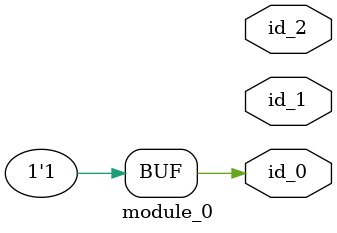
<source format=v>
`define pp_3 0
module module_0 (
    output id_0,
    output id_1,
    output id_2
);
  always #1 id_0 <= 1;
endmodule
`define pp_4 0
`timescale 1ps / 1ps `timescale 1 ps / 1ps
`define pp_5 0

</source>
